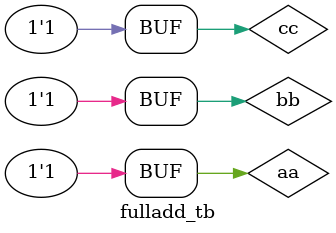
<source format=v>
module fulladd_tb;
reg aa,bb,cc;
wire ss,cy;
fulladd add1(.a(aa), .b(bb), .cin(cc), .sum(ss), .cout(cy));
initial
begin
$dumpfile("fulladd_test.vcd");
$dumpvars(0, fulladd_tb);
end
initial
 begin 
$monitor($time, "a=%b, b=%b, c=%b,sum=%b,carry=%b",aa,bb,cc,ss,cy);
    aa = 1'b0;bb = 1'b0;cc=1'b0;
#5  aa = 1'b0;bb = 1'b0;cc=1'b1;
#5  aa = 1'b0;bb = 1'b1;cc=1'b0;
#5  aa = 1'b0;bb = 1'b1;cc=1'b1;
#5  aa = 1'b1;bb = 1'b0;cc=1'b0;
#5  aa = 1'b1;bb = 1'b0;cc=1'b1;
#5  aa = 1'b1;bb = 1'b1;cc=1'b0;
#5  aa = 1'b1;bb = 1'b1;cc=1'b1;
end
endmodule

</source>
